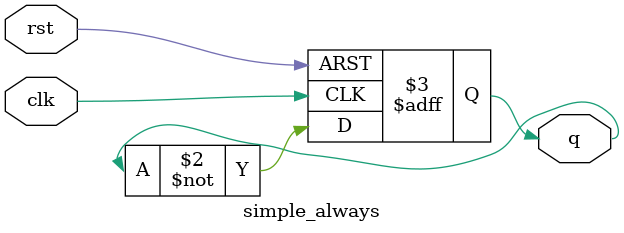
<source format=sv>
module simple_always(input logic clk, rst, output logic q);

  always_ff @(posedge clk or posedge rst) begin
    if (rst)
      q <= 0;
    else
      q <= ~q;
  end
endmodule

</source>
